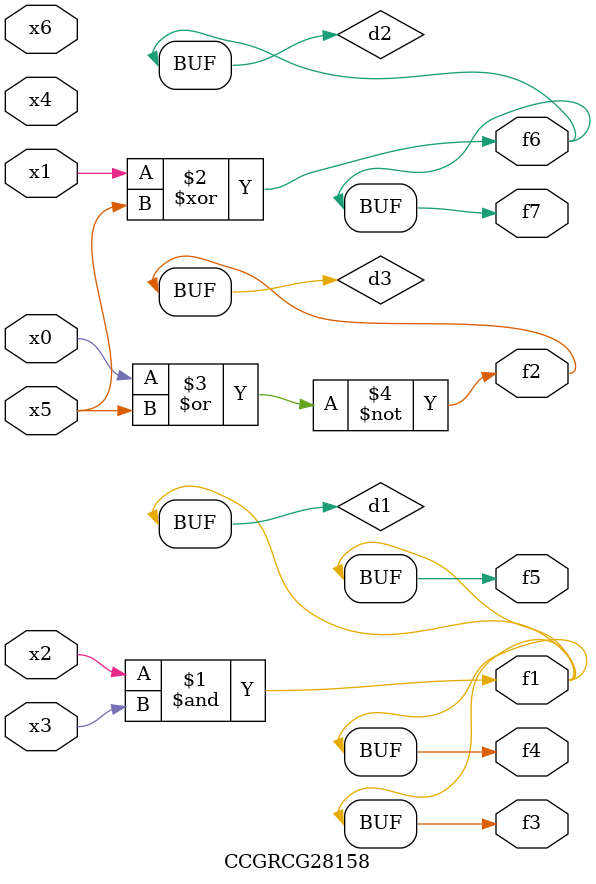
<source format=v>
module CCGRCG28158(
	input x0, x1, x2, x3, x4, x5, x6,
	output f1, f2, f3, f4, f5, f6, f7
);

	wire d1, d2, d3;

	and (d1, x2, x3);
	xor (d2, x1, x5);
	nor (d3, x0, x5);
	assign f1 = d1;
	assign f2 = d3;
	assign f3 = d1;
	assign f4 = d1;
	assign f5 = d1;
	assign f6 = d2;
	assign f7 = d2;
endmodule

</source>
